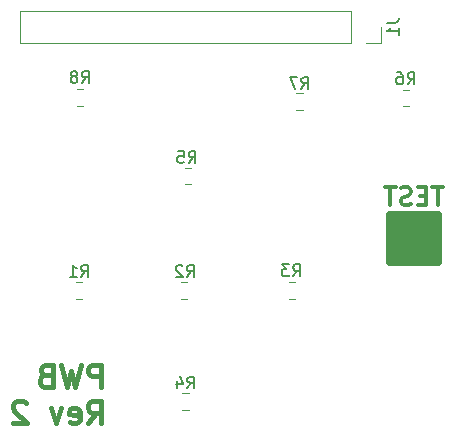
<source format=gbo>
G04 #@! TF.GenerationSoftware,KiCad,Pcbnew,(6.0.1)*
G04 #@! TF.CreationDate,2022-08-01T16:31:20-04:00*
G04 #@! TF.ProjectId,JoyPad,4a6f7950-6164-42e6-9b69-6361645f7063,X1*
G04 #@! TF.SameCoordinates,Original*
G04 #@! TF.FileFunction,Legend,Bot*
G04 #@! TF.FilePolarity,Positive*
%FSLAX46Y46*%
G04 Gerber Fmt 4.6, Leading zero omitted, Abs format (unit mm)*
G04 Created by KiCad (PCBNEW (6.0.1)) date 2022-08-01 16:31:20*
%MOMM*%
%LPD*%
G01*
G04 APERTURE LIST*
%ADD10C,0.381000*%
%ADD11C,0.304800*%
%ADD12C,0.150000*%
%ADD13C,0.650000*%
%ADD14C,0.120000*%
G04 APERTURE END LIST*
D10*
X17586778Y-42508260D02*
X17586778Y-40603260D01*
X16861064Y-40603260D01*
X16679635Y-40693975D01*
X16588921Y-40784689D01*
X16498207Y-40966117D01*
X16498207Y-41238260D01*
X16588921Y-41419689D01*
X16679635Y-41510403D01*
X16861064Y-41601117D01*
X17586778Y-41601117D01*
X15863207Y-40603260D02*
X15409635Y-42508260D01*
X15046778Y-41147546D01*
X14683921Y-42508260D01*
X14230350Y-40603260D01*
X12869635Y-41510403D02*
X12597492Y-41601117D01*
X12506778Y-41691832D01*
X12416064Y-41873260D01*
X12416064Y-42145403D01*
X12506778Y-42326832D01*
X12597492Y-42417546D01*
X12778921Y-42508260D01*
X13504635Y-42508260D01*
X13504635Y-40603260D01*
X12869635Y-40603260D01*
X12688207Y-40693975D01*
X12597492Y-40784689D01*
X12506778Y-40966117D01*
X12506778Y-41147546D01*
X12597492Y-41328975D01*
X12688207Y-41419689D01*
X12869635Y-41510403D01*
X13504635Y-41510403D01*
X16498207Y-45575310D02*
X17133207Y-44668167D01*
X17586778Y-45575310D02*
X17586778Y-43670310D01*
X16861064Y-43670310D01*
X16679635Y-43761025D01*
X16588921Y-43851739D01*
X16498207Y-44033167D01*
X16498207Y-44305310D01*
X16588921Y-44486739D01*
X16679635Y-44577453D01*
X16861064Y-44668167D01*
X17586778Y-44668167D01*
X14956064Y-45484596D02*
X15137492Y-45575310D01*
X15500350Y-45575310D01*
X15681778Y-45484596D01*
X15772492Y-45303167D01*
X15772492Y-44577453D01*
X15681778Y-44396025D01*
X15500350Y-44305310D01*
X15137492Y-44305310D01*
X14956064Y-44396025D01*
X14865350Y-44577453D01*
X14865350Y-44758882D01*
X15772492Y-44940310D01*
X14230350Y-44305310D02*
X13776778Y-45575310D01*
X13323207Y-44305310D01*
X11236778Y-43851739D02*
X11146064Y-43761025D01*
X10964635Y-43670310D01*
X10511064Y-43670310D01*
X10329635Y-43761025D01*
X10238921Y-43851739D01*
X10148207Y-44033167D01*
X10148207Y-44214596D01*
X10238921Y-44486739D01*
X11327492Y-45575310D01*
X10148207Y-45575310D01*
D11*
X46525542Y-25586628D02*
X45654685Y-25586628D01*
X46090114Y-27110628D02*
X46090114Y-25586628D01*
X45146685Y-26312342D02*
X44638685Y-26312342D01*
X44420971Y-27110628D02*
X45146685Y-27110628D01*
X45146685Y-25586628D01*
X44420971Y-25586628D01*
X43840400Y-27038057D02*
X43622685Y-27110628D01*
X43259828Y-27110628D01*
X43114685Y-27038057D01*
X43042114Y-26965485D01*
X42969542Y-26820342D01*
X42969542Y-26675200D01*
X43042114Y-26530057D01*
X43114685Y-26457485D01*
X43259828Y-26384914D01*
X43550114Y-26312342D01*
X43695257Y-26239771D01*
X43767828Y-26167200D01*
X43840400Y-26022057D01*
X43840400Y-25876914D01*
X43767828Y-25731771D01*
X43695257Y-25659200D01*
X43550114Y-25586628D01*
X43187257Y-25586628D01*
X42969542Y-25659200D01*
X42534114Y-25586628D02*
X41663257Y-25586628D01*
X42098685Y-27110628D02*
X42098685Y-25586628D01*
D12*
X41782380Y-11666666D02*
X42496666Y-11666666D01*
X42639523Y-11619047D01*
X42734761Y-11523809D01*
X42782380Y-11380952D01*
X42782380Y-11285714D01*
X42782380Y-12666666D02*
X42782380Y-12095238D01*
X42782380Y-12380952D02*
X41782380Y-12380952D01*
X41925238Y-12285714D01*
X42020476Y-12190476D01*
X42068095Y-12095238D01*
X33847066Y-33116780D02*
X34180400Y-32640590D01*
X34418495Y-33116780D02*
X34418495Y-32116780D01*
X34037542Y-32116780D01*
X33942304Y-32164400D01*
X33894685Y-32212019D01*
X33847066Y-32307257D01*
X33847066Y-32450114D01*
X33894685Y-32545352D01*
X33942304Y-32592971D01*
X34037542Y-32640590D01*
X34418495Y-32640590D01*
X33513733Y-32116780D02*
X32894685Y-32116780D01*
X33228019Y-32497733D01*
X33085161Y-32497733D01*
X32989923Y-32545352D01*
X32942304Y-32592971D01*
X32894685Y-32688209D01*
X32894685Y-32926304D01*
X32942304Y-33021542D01*
X32989923Y-33069161D01*
X33085161Y-33116780D01*
X33370876Y-33116780D01*
X33466114Y-33069161D01*
X33513733Y-33021542D01*
X24906266Y-42616380D02*
X25239600Y-42140190D01*
X25477695Y-42616380D02*
X25477695Y-41616380D01*
X25096742Y-41616380D01*
X25001504Y-41664000D01*
X24953885Y-41711619D01*
X24906266Y-41806857D01*
X24906266Y-41949714D01*
X24953885Y-42044952D01*
X25001504Y-42092571D01*
X25096742Y-42140190D01*
X25477695Y-42140190D01*
X24049123Y-41949714D02*
X24049123Y-42616380D01*
X24287219Y-41568761D02*
X24525314Y-42283047D01*
X23906266Y-42283047D01*
X15914666Y-33167580D02*
X16248000Y-32691390D01*
X16486095Y-33167580D02*
X16486095Y-32167580D01*
X16105142Y-32167580D01*
X16009904Y-32215200D01*
X15962285Y-32262819D01*
X15914666Y-32358057D01*
X15914666Y-32500914D01*
X15962285Y-32596152D01*
X16009904Y-32643771D01*
X16105142Y-32691390D01*
X16486095Y-32691390D01*
X14962285Y-33167580D02*
X15533714Y-33167580D01*
X15248000Y-33167580D02*
X15248000Y-32167580D01*
X15343238Y-32310438D01*
X15438476Y-32405676D01*
X15533714Y-32453295D01*
X24855466Y-33167580D02*
X25188800Y-32691390D01*
X25426895Y-33167580D02*
X25426895Y-32167580D01*
X25045942Y-32167580D01*
X24950704Y-32215200D01*
X24903085Y-32262819D01*
X24855466Y-32358057D01*
X24855466Y-32500914D01*
X24903085Y-32596152D01*
X24950704Y-32643771D01*
X25045942Y-32691390D01*
X25426895Y-32691390D01*
X24474514Y-32262819D02*
X24426895Y-32215200D01*
X24331657Y-32167580D01*
X24093561Y-32167580D01*
X23998323Y-32215200D01*
X23950704Y-32262819D01*
X23903085Y-32358057D01*
X23903085Y-32453295D01*
X23950704Y-32596152D01*
X24522133Y-33167580D01*
X23903085Y-33167580D01*
X25007866Y-23515580D02*
X25341200Y-23039390D01*
X25579295Y-23515580D02*
X25579295Y-22515580D01*
X25198342Y-22515580D01*
X25103104Y-22563200D01*
X25055485Y-22610819D01*
X25007866Y-22706057D01*
X25007866Y-22848914D01*
X25055485Y-22944152D01*
X25103104Y-22991771D01*
X25198342Y-23039390D01*
X25579295Y-23039390D01*
X24103104Y-22515580D02*
X24579295Y-22515580D01*
X24626914Y-22991771D01*
X24579295Y-22944152D01*
X24484057Y-22896533D01*
X24245961Y-22896533D01*
X24150723Y-22944152D01*
X24103104Y-22991771D01*
X24055485Y-23087009D01*
X24055485Y-23325104D01*
X24103104Y-23420342D01*
X24150723Y-23467961D01*
X24245961Y-23515580D01*
X24484057Y-23515580D01*
X24579295Y-23467961D01*
X24626914Y-23420342D01*
X43549866Y-16860780D02*
X43883200Y-16384590D01*
X44121295Y-16860780D02*
X44121295Y-15860780D01*
X43740342Y-15860780D01*
X43645104Y-15908400D01*
X43597485Y-15956019D01*
X43549866Y-16051257D01*
X43549866Y-16194114D01*
X43597485Y-16289352D01*
X43645104Y-16336971D01*
X43740342Y-16384590D01*
X44121295Y-16384590D01*
X42692723Y-15860780D02*
X42883200Y-15860780D01*
X42978438Y-15908400D01*
X43026057Y-15956019D01*
X43121295Y-16098876D01*
X43168914Y-16289352D01*
X43168914Y-16670304D01*
X43121295Y-16765542D01*
X43073676Y-16813161D01*
X42978438Y-16860780D01*
X42787961Y-16860780D01*
X42692723Y-16813161D01*
X42645104Y-16765542D01*
X42597485Y-16670304D01*
X42597485Y-16432209D01*
X42645104Y-16336971D01*
X42692723Y-16289352D01*
X42787961Y-16241733D01*
X42978438Y-16241733D01*
X43073676Y-16289352D01*
X43121295Y-16336971D01*
X43168914Y-16432209D01*
X34558266Y-17267180D02*
X34891600Y-16790990D01*
X35129695Y-17267180D02*
X35129695Y-16267180D01*
X34748742Y-16267180D01*
X34653504Y-16314800D01*
X34605885Y-16362419D01*
X34558266Y-16457657D01*
X34558266Y-16600514D01*
X34605885Y-16695752D01*
X34653504Y-16743371D01*
X34748742Y-16790990D01*
X35129695Y-16790990D01*
X34224933Y-16267180D02*
X33558266Y-16267180D01*
X33986838Y-17267180D01*
X15965466Y-16759180D02*
X16298800Y-16282990D01*
X16536895Y-16759180D02*
X16536895Y-15759180D01*
X16155942Y-15759180D01*
X16060704Y-15806800D01*
X16013085Y-15854419D01*
X15965466Y-15949657D01*
X15965466Y-16092514D01*
X16013085Y-16187752D01*
X16060704Y-16235371D01*
X16155942Y-16282990D01*
X16536895Y-16282990D01*
X15394038Y-16187752D02*
X15489276Y-16140133D01*
X15536895Y-16092514D01*
X15584514Y-15997276D01*
X15584514Y-15949657D01*
X15536895Y-15854419D01*
X15489276Y-15806800D01*
X15394038Y-15759180D01*
X15203561Y-15759180D01*
X15108323Y-15806800D01*
X15060704Y-15854419D01*
X15013085Y-15949657D01*
X15013085Y-15997276D01*
X15060704Y-16092514D01*
X15108323Y-16140133D01*
X15203561Y-16187752D01*
X15394038Y-16187752D01*
X15489276Y-16235371D01*
X15536895Y-16282990D01*
X15584514Y-16378228D01*
X15584514Y-16568704D01*
X15536895Y-16663942D01*
X15489276Y-16711561D01*
X15394038Y-16759180D01*
X15203561Y-16759180D01*
X15108323Y-16711561D01*
X15060704Y-16663942D01*
X15013085Y-16568704D01*
X15013085Y-16378228D01*
X15060704Y-16282990D01*
X15108323Y-16235371D01*
X15203561Y-16187752D01*
D13*
X42094400Y-27921200D02*
X46094400Y-27921200D01*
X46094400Y-27921200D02*
X46094400Y-31921200D01*
X46094400Y-31921200D02*
X42094400Y-31921200D01*
X42094400Y-31921200D02*
X42094400Y-27921200D01*
X42094400Y-27921200D02*
X42094400Y-28421200D01*
X42094400Y-28421200D02*
X46094400Y-28421200D01*
X46094400Y-28421200D02*
X46094400Y-28921200D01*
X46094400Y-28921200D02*
X42094400Y-28921200D01*
X42094400Y-28921200D02*
X42094400Y-29421200D01*
X42094400Y-29421200D02*
X46094400Y-29421200D01*
X46094400Y-29421200D02*
X46094400Y-29921200D01*
X46094400Y-29921200D02*
X42094400Y-29921200D01*
X42094400Y-29921200D02*
X42094400Y-30421200D01*
X42094400Y-30421200D02*
X45594400Y-30421200D01*
X45594400Y-30421200D02*
X46094400Y-30421200D01*
X46094400Y-30421200D02*
X46094400Y-30921200D01*
X46094400Y-30921200D02*
X42094400Y-30921200D01*
X42094400Y-30921200D02*
X42094400Y-31421200D01*
X42094400Y-31421200D02*
X46094400Y-31421200D01*
D14*
X10730000Y-13330000D02*
X10730000Y-10670000D01*
X41330000Y-13330000D02*
X41330000Y-12000000D01*
X40000000Y-13330000D02*
X41330000Y-13330000D01*
X38730000Y-13330000D02*
X38730000Y-10670000D01*
X38730000Y-10670000D02*
X10730000Y-10670000D01*
X38730000Y-13330000D02*
X10730000Y-13330000D01*
X33469948Y-35050800D02*
X33992452Y-35050800D01*
X33469948Y-33630800D02*
X33992452Y-33630800D01*
X24478348Y-44448800D02*
X25000852Y-44448800D01*
X24478348Y-43028800D02*
X25000852Y-43028800D01*
X15486748Y-35050800D02*
X16009252Y-35050800D01*
X15486748Y-33630800D02*
X16009252Y-33630800D01*
X24376748Y-35050800D02*
X24899252Y-35050800D01*
X24376748Y-33630800D02*
X24899252Y-33630800D01*
X24681548Y-23928000D02*
X25204052Y-23928000D01*
X24681548Y-25348000D02*
X25204052Y-25348000D01*
X43644452Y-18744000D02*
X43121948Y-18744000D01*
X43644452Y-17324000D02*
X43121948Y-17324000D01*
X34652852Y-17628800D02*
X34130348Y-17628800D01*
X34652852Y-19048800D02*
X34130348Y-19048800D01*
X15537548Y-17273200D02*
X16060052Y-17273200D01*
X15537548Y-18693200D02*
X16060052Y-18693200D01*
M02*

</source>
